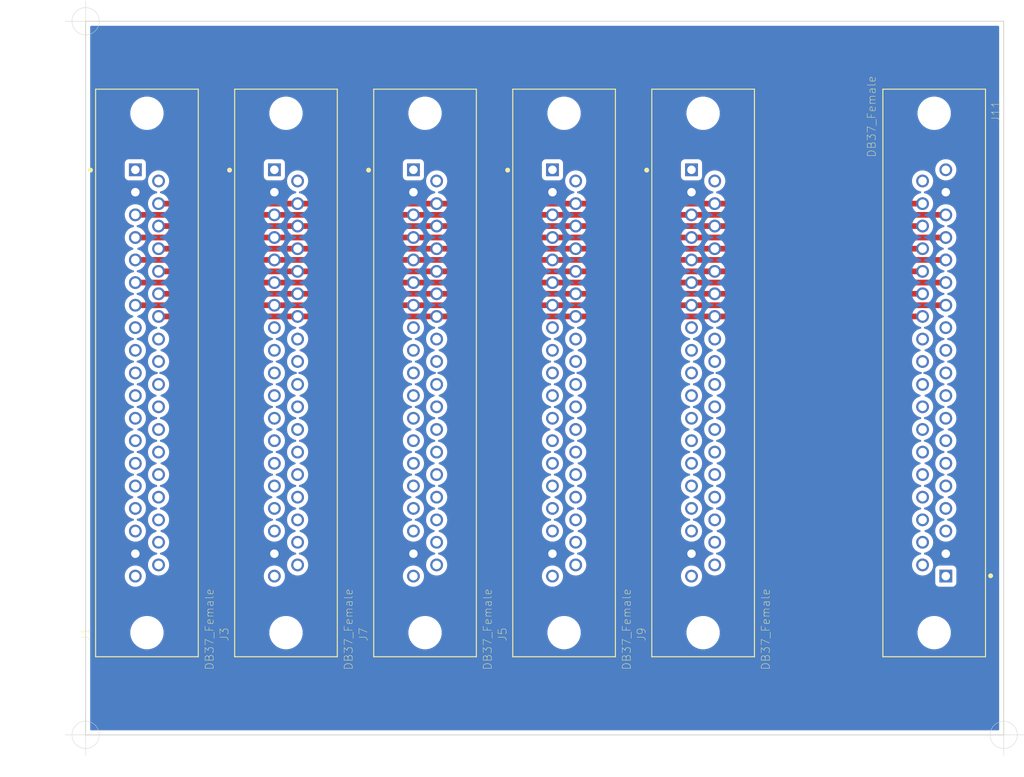
<source format=kicad_pcb>
(kicad_pcb (version 20171130) (host pcbnew "(5.1.10)-1")
  (layers (0 F.Cu signal) (1 5v signal hide) (2 Ground signal hide) (31 3v3 signal hide) (34 B.Paste user) (35 F.Paste user) (36 B.SilkS user) (37 F.SilkS user) (38 B.Mask user) (39 F.Mask user) (44 Edge.Cuts user))
  (net 0 "")
  (net 1 GND)
  (net 2 +5V)
  (net 3 "Net-(J1-Pad36)")
  (net 4 "Net-(J1-Pad35)")
  (net 5 "Net-(J1-Pad34)")
  (net 6 "Net-(J1-Pad33)")
  (net 7 "Net-(J1-Pad32)")
  (net 8 "Net-(J1-Pad31)")
  (net 9 "Net-(J1-Pad30)")
  (net 10 "Net-(J1-Pad29)")
  (net 11 "Net-(J1-Pad28)")
  (net 12 "Net-(J1-Pad27)")
  (net 13 +3V3)
  (net 14 "Net-(J1-Pad17)")
  (net 15 "Net-(J1-Pad16)")
  (net 16 "Net-(J1-Pad15)")
  (net 17 "Net-(J1-Pad14)")
  (net 18 "Net-(J1-Pad13)")
  (net 19 "Net-(J1-Pad12)")
  (net 20 "Net-(J1-Pad11)")
  (net 21 "Net-(J1-Pad9)")
  (net 22 "Net-(J1-Pad8)")
  (net 23 "Net-(J1-Pad10)")
  (net 24 "Net-(J3-Pad36)")
  (net 25 "Net-(J3-Pad35)")
  (net 26 "Net-(J3-Pad34)")
  (net 27 "Net-(J3-Pad33)")
  (net 28 "Net-(J3-Pad32)")
  (net 29 "Net-(J3-Pad31)")
  (net 30 "Net-(J3-Pad30)")
  (net 31 "Net-(J3-Pad29)")
  (net 32 "Net-(J3-Pad28)")
  (net 33 "Net-(J3-Pad27)")
  (net 34 "Net-(J3-Pad17)")
  (net 35 "Net-(J3-Pad16)")
  (net 36 "Net-(J3-Pad15)")
  (net 37 "Net-(J3-Pad14)")
  (net 38 "Net-(J3-Pad13)")
  (net 39 "Net-(J3-Pad12)")
  (net 40 "Net-(J3-Pad11)")
  (net 41 "Net-(J3-Pad9)")
  (net 42 "Net-(J3-Pad8)")
  (net 43 "Net-(J3-Pad10)")
  (net 44 "Net-(J5-Pad36)")
  (net 45 "Net-(J5-Pad35)")
  (net 46 "Net-(J5-Pad34)")
  (net 47 "Net-(J5-Pad33)")
  (net 48 "Net-(J5-Pad32)")
  (net 49 "Net-(J5-Pad31)")
  (net 50 "Net-(J5-Pad30)")
  (net 51 "Net-(J5-Pad29)")
  (net 52 "Net-(J5-Pad28)")
  (net 53 "Net-(J5-Pad27)")
  (net 54 "Net-(J5-Pad17)")
  (net 55 "Net-(J5-Pad16)")
  (net 56 "Net-(J5-Pad15)")
  (net 57 "Net-(J5-Pad14)")
  (net 58 "Net-(J5-Pad13)")
  (net 59 "Net-(J5-Pad12)")
  (net 60 "Net-(J5-Pad11)")
  (net 61 "Net-(J5-Pad9)")
  (net 62 "Net-(J5-Pad8)")
  (net 63 "Net-(J5-Pad10)")
  (net 64 /Fire_Redundant)
  (net 65 /NRT)
  (net 66 /Alert_sda)
  (net 67 /SWCLK)
  (net 68 /t_clk)
  (net 69 /tmosi)
  (net 70 /Fire)
  (net 71 /Alert_active)
  (net 72 /Alert_scl)
  (net 73 /SWDIo)
  (net 74 /tmiso)
  (net 75 "Net-(J7-Pad36)")
  (net 76 "Net-(J7-Pad35)")
  (net 77 "Net-(J7-Pad34)")
  (net 78 "Net-(J7-Pad33)")
  (net 79 "Net-(J7-Pad32)")
  (net 80 "Net-(J7-Pad31)")
  (net 81 "Net-(J7-Pad30)")
  (net 82 "Net-(J7-Pad29)")
  (net 83 "Net-(J7-Pad28)")
  (net 84 "Net-(J7-Pad27)")
  (net 85 "Net-(J7-Pad17)")
  (net 86 "Net-(J7-Pad16)")
  (net 87 "Net-(J7-Pad15)")
  (net 88 "Net-(J7-Pad14)")
  (net 89 "Net-(J7-Pad13)")
  (net 90 "Net-(J7-Pad12)")
  (net 91 "Net-(J7-Pad11)")
  (net 92 "Net-(J7-Pad9)")
  (net 93 "Net-(J7-Pad8)")
  (net 94 "Net-(J7-Pad10)")
  (net 95 "Net-(J9-Pad36)")
  (net 96 "Net-(J9-Pad35)")
  (net 97 "Net-(J9-Pad34)")
  (net 98 "Net-(J9-Pad33)")
  (net 99 "Net-(J9-Pad32)")
  (net 100 "Net-(J9-Pad31)")
  (net 101 "Net-(J9-Pad30)")
  (net 102 "Net-(J9-Pad29)")
  (net 103 "Net-(J9-Pad28)")
  (net 104 "Net-(J9-Pad27)")
  (net 105 "Net-(J9-Pad17)")
  (net 106 "Net-(J9-Pad16)")
  (net 107 "Net-(J9-Pad15)")
  (net 108 "Net-(J9-Pad14)")
  (net 109 "Net-(J9-Pad13)")
  (net 110 "Net-(J9-Pad12)")
  (net 111 "Net-(J9-Pad11)")
  (net 112 "Net-(J9-Pad9)")
  (net 113 "Net-(J9-Pad8)")
  (net 114 "Net-(J9-Pad10)")
  (net 115 "Net-(J11-Pad30)")
  (net 116 "Net-(J11-Pad29)")
  (net 117 "Net-(J11-Pad28)")
  (net 118 "Net-(J11-Pad27)")
  (net 119 "Net-(J11-Pad26)")
  (net 120 "Net-(J11-Pad25)")
  (net 121 "Net-(J11-Pad24)")
  (net 122 "Net-(J11-Pad23)")
  (net 123 "Net-(J11-Pad22)")
  (net 124 "Net-(J11-Pad21)")
  (net 125 "Net-(J11-Pad12)")
  (net 126 "Net-(J11-Pad11)")
  (net 127 "Net-(J11-Pad9)")
  (net 128 "Net-(J11-Pad8)")
  (net 129 "Net-(J11-Pad7)")
  (net 130 "Net-(J11-Pad6)")
  (net 131 "Net-(J11-Pad5)")
  (net 132 "Net-(J11-Pad4)")
  (net 133 "Net-(J11-Pad3)")
  (net 134 "Net-(J11-Pad10)")
  (module 1-747301-6:TE_1-747301-6 (layer F.Cu) (at 196.25 83.25 270)
    (fp_text reference J11 (at -31.9724 -7.53791 90) (layer F.SilkS) (effects (font (size 1.00039 1.00039) (thickness 0.05))))
    (fp_text value DB37_Female (at -31.3446 7.64978 90) (layer F.SilkS) (effects (font (size 1.00062 1.00062) (thickness 0.05))))
    (fp_circle (center 24.8 -6.9) (end 24.95 -6.9) (layer F.SilkS) (width 0.3))
    (fp_line (start -34.695 6.275) (end -34.695 -6.275) (layer F.SilkS) (width 0.127))
    (fp_line (start 34.695 6.275) (end -34.695 6.275) (layer F.SilkS) (width 0.127))
    (fp_line (start 34.695 -6.275) (end 34.695 6.275) (layer F.SilkS) (width 0.127))
    (fp_line (start -34.695 -6.275) (end 34.695 -6.275) (layer F.SilkS) (width 0.127))
    (pad 37 thru_hole circle (at -23.47 1.42 270) (size 1.56 1.56) (drill 1.04) (layers *.Cu *.Mask) (net 2 +5V))
    (pad 36 thru_hole circle (at -20.7 1.42 270) (size 1.56 1.56) (drill 1.04) (layers *.Cu *.Mask) (net 69 /tmosi))
    (pad 35 thru_hole circle (at -17.96 1.42 270) (size 1.56 1.56) (drill 1.04) (layers *.Cu *.Mask) (net 68 /t_clk))
    (pad 34 thru_hole circle (at -15.19 1.42 270) (size 1.56 1.56) (drill 1.04) (layers *.Cu *.Mask) (net 67 /SWCLK))
    (pad 33 thru_hole circle (at -12.42 1.42 270) (size 1.56 1.56) (drill 1.04) (layers *.Cu *.Mask) (net 66 /Alert_sda))
    (pad 32 thru_hole circle (at -9.68 1.42 270) (size 1.56 1.56) (drill 1.04) (layers *.Cu *.Mask) (net 65 /NRT))
    (pad 31 thru_hole circle (at -6.91 1.42 270) (size 1.56 1.56) (drill 1.04) (layers *.Cu *.Mask) (net 64 /Fire_Redundant))
    (pad 30 thru_hole circle (at -4.14 1.42 270) (size 1.56 1.56) (drill 1.04) (layers *.Cu *.Mask) (net 115 "Net-(J11-Pad30)"))
    (pad 29 thru_hole circle (at -1.4 1.42 270) (size 1.56 1.56) (drill 1.04) (layers *.Cu *.Mask) (net 116 "Net-(J11-Pad29)"))
    (pad 28 thru_hole circle (at 1.4 1.42 270) (size 1.56 1.56) (drill 1.04) (layers *.Cu *.Mask) (net 117 "Net-(J11-Pad28)"))
    (pad 27 thru_hole circle (at 4.14 1.42 270) (size 1.56 1.56) (drill 1.04) (layers *.Cu *.Mask) (net 118 "Net-(J11-Pad27)"))
    (pad 26 thru_hole circle (at 6.91 1.42 270) (size 1.56 1.56) (drill 1.04) (layers *.Cu *.Mask) (net 119 "Net-(J11-Pad26)"))
    (pad 25 thru_hole circle (at 9.68 1.42 270) (size 1.56 1.56) (drill 1.04) (layers *.Cu *.Mask) (net 120 "Net-(J11-Pad25)"))
    (pad 24 thru_hole circle (at 12.42 1.42 270) (size 1.56 1.56) (drill 1.04) (layers *.Cu *.Mask) (net 121 "Net-(J11-Pad24)"))
    (pad 23 thru_hole circle (at 15.19 1.42 270) (size 1.56 1.56) (drill 1.04) (layers *.Cu *.Mask) (net 122 "Net-(J11-Pad23)"))
    (pad 22 thru_hole circle (at 17.96 1.42 270) (size 1.56 1.56) (drill 1.04) (layers *.Cu *.Mask) (net 123 "Net-(J11-Pad22)"))
    (pad 21 thru_hole circle (at 20.7 1.42 270) (size 1.56 1.56) (drill 1.04) (layers *.Cu *.Mask) (net 124 "Net-(J11-Pad21)"))
    (pad 20 thru_hole circle (at 23.47 1.42 270) (size 1.56 1.56) (drill 1.04) (layers *.Cu *.Mask) (net 2 +5V))
    (pad 19 thru_hole circle (at -24.84 -1.42 270) (size 1.56 1.56) (drill 1.04) (layers *.Cu *.Mask) (net 1 GND))
    (pad 18 thru_hole circle (at -22.1 -1.42 270) (size 1.56 1.56) (drill 1.04) (layers *.Cu *.Mask) (net 13 +3V3))
    (pad 17 thru_hole circle (at -19.33 -1.42 270) (size 1.56 1.56) (drill 1.04) (layers *.Cu *.Mask) (net 74 /tmiso))
    (pad 16 thru_hole circle (at -16.56 -1.42 270) (size 1.56 1.56) (drill 1.04) (layers *.Cu *.Mask) (net 73 /SWDIo))
    (pad 15 thru_hole circle (at -13.82 -1.42 270) (size 1.56 1.56) (drill 1.04) (layers *.Cu *.Mask) (net 72 /Alert_scl))
    (pad 14 thru_hole circle (at -11.05 -1.42 270) (size 1.56 1.56) (drill 1.04) (layers *.Cu *.Mask) (net 71 /Alert_active))
    (pad 13 thru_hole circle (at -8.28 -1.42 270) (size 1.56 1.56) (drill 1.04) (layers *.Cu *.Mask) (net 70 /Fire))
    (pad 12 thru_hole circle (at -5.54 -1.42 270) (size 1.56 1.56) (drill 1.04) (layers *.Cu *.Mask) (net 125 "Net-(J11-Pad12)"))
    (pad 11 thru_hole circle (at -2.77 -1.42 270) (size 1.56 1.56) (drill 1.04) (layers *.Cu *.Mask) (net 126 "Net-(J11-Pad11)"))
    (pad 9 thru_hole circle (at 2.77 -1.42 270) (size 1.56 1.56) (drill 1.04) (layers *.Cu *.Mask) (net 127 "Net-(J11-Pad9)"))
    (pad 8 thru_hole circle (at 5.54 -1.42 270) (size 1.56 1.56) (drill 1.04) (layers *.Cu *.Mask) (net 128 "Net-(J11-Pad8)"))
    (pad 7 thru_hole circle (at 8.28 -1.42 270) (size 1.56 1.56) (drill 1.04) (layers *.Cu *.Mask) (net 129 "Net-(J11-Pad7)"))
    (pad 6 thru_hole circle (at 11.05 -1.42 270) (size 1.56 1.56) (drill 1.04) (layers *.Cu *.Mask) (net 130 "Net-(J11-Pad6)"))
    (pad 5 thru_hole circle (at 13.82 -1.42 270) (size 1.56 1.56) (drill 1.04) (layers *.Cu *.Mask) (net 131 "Net-(J11-Pad5)"))
    (pad 4 thru_hole circle (at 16.56 -1.42 270) (size 1.56 1.56) (drill 1.04) (layers *.Cu *.Mask) (net 132 "Net-(J11-Pad4)"))
    (pad 3 thru_hole circle (at 19.33 -1.42 270) (size 1.56 1.56) (drill 1.04) (layers *.Cu *.Mask) (net 133 "Net-(J11-Pad3)"))
    (pad 2 thru_hole circle (at 22.1 -1.42 270) (size 1.56 1.56) (drill 1.04) (layers *.Cu *.Mask) (net 13 +3V3))
    (pad 10 thru_hole circle (at 0 -1.42 270) (size 1.56 1.56) (drill 1.04) (layers *.Cu *.Mask) (net 134 "Net-(J11-Pad10)"))
    (pad 1 thru_hole rect (at 24.84 -1.42 270) (size 1.56 1.56) (drill 1.04) (layers *.Cu *.Mask) (net 1 GND))
    (pad Hole np_thru_hole circle (at 31.75 0 270) (size 3.05 3.05) (drill 3.05) (layers *.Cu *.Mask))
    (pad Hole np_thru_hole circle (at -31.75 0 270) (size 3.05 3.05) (drill 3.05) (layers *.Cu *.Mask))
  )
  (module 1-747301-6:TE_1-747301-6 (layer F.Cu) (at 168 83.25 90)
    (fp_text reference J9 (at -31.9724 -7.53791 90) (layer F.SilkS) (effects (font (size 1.00039 1.00039) (thickness 0.05))))
    (fp_text value DB37_Female (at -31.3446 7.64978 90) (layer F.SilkS) (effects (font (size 1.00062 1.00062) (thickness 0.05))))
    (fp_circle (center 24.8 -6.9) (end 24.95 -6.9) (layer F.SilkS) (width 0.3))
    (fp_line (start -34.695 6.275) (end -34.695 -6.275) (layer F.SilkS) (width 0.127))
    (fp_line (start 34.695 6.275) (end -34.695 6.275) (layer F.SilkS) (width 0.127))
    (fp_line (start 34.695 -6.275) (end 34.695 6.275) (layer F.SilkS) (width 0.127))
    (fp_line (start -34.695 -6.275) (end 34.695 -6.275) (layer F.SilkS) (width 0.127))
    (pad 37 thru_hole circle (at -23.47 1.42 90) (size 1.56 1.56) (drill 1.04) (layers *.Cu *.Mask) (net 2 +5V))
    (pad 36 thru_hole circle (at -20.7 1.42 90) (size 1.56 1.56) (drill 1.04) (layers *.Cu *.Mask) (net 95 "Net-(J9-Pad36)"))
    (pad 35 thru_hole circle (at -17.96 1.42 90) (size 1.56 1.56) (drill 1.04) (layers *.Cu *.Mask) (net 96 "Net-(J9-Pad35)"))
    (pad 34 thru_hole circle (at -15.19 1.42 90) (size 1.56 1.56) (drill 1.04) (layers *.Cu *.Mask) (net 97 "Net-(J9-Pad34)"))
    (pad 33 thru_hole circle (at -12.42 1.42 90) (size 1.56 1.56) (drill 1.04) (layers *.Cu *.Mask) (net 98 "Net-(J9-Pad33)"))
    (pad 32 thru_hole circle (at -9.68 1.42 90) (size 1.56 1.56) (drill 1.04) (layers *.Cu *.Mask) (net 99 "Net-(J9-Pad32)"))
    (pad 31 thru_hole circle (at -6.91 1.42 90) (size 1.56 1.56) (drill 1.04) (layers *.Cu *.Mask) (net 100 "Net-(J9-Pad31)"))
    (pad 30 thru_hole circle (at -4.14 1.42 90) (size 1.56 1.56) (drill 1.04) (layers *.Cu *.Mask) (net 101 "Net-(J9-Pad30)"))
    (pad 29 thru_hole circle (at -1.4 1.42 90) (size 1.56 1.56) (drill 1.04) (layers *.Cu *.Mask) (net 102 "Net-(J9-Pad29)"))
    (pad 28 thru_hole circle (at 1.4 1.42 90) (size 1.56 1.56) (drill 1.04) (layers *.Cu *.Mask) (net 103 "Net-(J9-Pad28)"))
    (pad 27 thru_hole circle (at 4.14 1.42 90) (size 1.56 1.56) (drill 1.04) (layers *.Cu *.Mask) (net 104 "Net-(J9-Pad27)"))
    (pad 26 thru_hole circle (at 6.91 1.42 90) (size 1.56 1.56) (drill 1.04) (layers *.Cu *.Mask) (net 64 /Fire_Redundant))
    (pad 25 thru_hole circle (at 9.68 1.42 90) (size 1.56 1.56) (drill 1.04) (layers *.Cu *.Mask) (net 65 /NRT))
    (pad 24 thru_hole circle (at 12.42 1.42 90) (size 1.56 1.56) (drill 1.04) (layers *.Cu *.Mask) (net 66 /Alert_sda))
    (pad 23 thru_hole circle (at 15.19 1.42 90) (size 1.56 1.56) (drill 1.04) (layers *.Cu *.Mask) (net 67 /SWCLK))
    (pad 22 thru_hole circle (at 17.96 1.42 90) (size 1.56 1.56) (drill 1.04) (layers *.Cu *.Mask) (net 68 /t_clk))
    (pad 21 thru_hole circle (at 20.7 1.42 90) (size 1.56 1.56) (drill 1.04) (layers *.Cu *.Mask) (net 69 /tmosi))
    (pad 20 thru_hole circle (at 23.47 1.42 90) (size 1.56 1.56) (drill 1.04) (layers *.Cu *.Mask) (net 2 +5V))
    (pad 19 thru_hole circle (at -24.84 -1.42 90) (size 1.56 1.56) (drill 1.04) (layers *.Cu *.Mask) (net 1 GND))
    (pad 18 thru_hole circle (at -22.1 -1.42 90) (size 1.56 1.56) (drill 1.04) (layers *.Cu *.Mask) (net 13 +3V3))
    (pad 17 thru_hole circle (at -19.33 -1.42 90) (size 1.56 1.56) (drill 1.04) (layers *.Cu *.Mask) (net 105 "Net-(J9-Pad17)"))
    (pad 16 thru_hole circle (at -16.56 -1.42 90) (size 1.56 1.56) (drill 1.04) (layers *.Cu *.Mask) (net 106 "Net-(J9-Pad16)"))
    (pad 15 thru_hole circle (at -13.82 -1.42 90) (size 1.56 1.56) (drill 1.04) (layers *.Cu *.Mask) (net 107 "Net-(J9-Pad15)"))
    (pad 14 thru_hole circle (at -11.05 -1.42 90) (size 1.56 1.56) (drill 1.04) (layers *.Cu *.Mask) (net 108 "Net-(J9-Pad14)"))
    (pad 13 thru_hole circle (at -8.28 -1.42 90) (size 1.56 1.56) (drill 1.04) (layers *.Cu *.Mask) (net 109 "Net-(J9-Pad13)"))
    (pad 12 thru_hole circle (at -5.54 -1.42 90) (size 1.56 1.56) (drill 1.04) (layers *.Cu *.Mask) (net 110 "Net-(J9-Pad12)"))
    (pad 11 thru_hole circle (at -2.77 -1.42 90) (size 1.56 1.56) (drill 1.04) (layers *.Cu *.Mask) (net 111 "Net-(J9-Pad11)"))
    (pad 9 thru_hole circle (at 2.77 -1.42 90) (size 1.56 1.56) (drill 1.04) (layers *.Cu *.Mask) (net 112 "Net-(J9-Pad9)"))
    (pad 8 thru_hole circle (at 5.54 -1.42 90) (size 1.56 1.56) (drill 1.04) (layers *.Cu *.Mask) (net 113 "Net-(J9-Pad8)"))
    (pad 7 thru_hole circle (at 8.28 -1.42 90) (size 1.56 1.56) (drill 1.04) (layers *.Cu *.Mask) (net 70 /Fire))
    (pad 6 thru_hole circle (at 11.05 -1.42 90) (size 1.56 1.56) (drill 1.04) (layers *.Cu *.Mask) (net 71 /Alert_active))
    (pad 5 thru_hole circle (at 13.82 -1.42 90) (size 1.56 1.56) (drill 1.04) (layers *.Cu *.Mask) (net 72 /Alert_scl))
    (pad 4 thru_hole circle (at 16.56 -1.42 90) (size 1.56 1.56) (drill 1.04) (layers *.Cu *.Mask) (net 73 /SWDIo))
    (pad 3 thru_hole circle (at 19.33 -1.42 90) (size 1.56 1.56) (drill 1.04) (layers *.Cu *.Mask) (net 74 /tmiso))
    (pad 2 thru_hole circle (at 22.1 -1.42 90) (size 1.56 1.56) (drill 1.04) (layers *.Cu *.Mask) (net 13 +3V3))
    (pad 10 thru_hole circle (at 0 -1.42 90) (size 1.56 1.56) (drill 1.04) (layers *.Cu *.Mask) (net 114 "Net-(J9-Pad10)"))
    (pad 1 thru_hole rect (at 24.84 -1.42 90) (size 1.56 1.56) (drill 1.04) (layers *.Cu *.Mask) (net 1 GND))
    (pad Hole np_thru_hole circle (at 31.75 0 90) (size 3.05 3.05) (drill 3.05) (layers *.Cu *.Mask))
    (pad Hole np_thru_hole circle (at -31.75 0 90) (size 3.05 3.05) (drill 3.05) (layers *.Cu *.Mask))
  )
  (module 1-747301-6:TE_1-747301-6 (layer F.Cu) (at 134 83.25 90)
    (fp_text reference J7 (at -31.9724 -7.53791 90) (layer F.SilkS) (effects (font (size 1.00039 1.00039) (thickness 0.05))))
    (fp_text value DB37_Female (at -31.3446 7.64978 90) (layer F.SilkS) (effects (font (size 1.00062 1.00062) (thickness 0.05))))
    (fp_circle (center 24.8 -6.9) (end 24.95 -6.9) (layer F.SilkS) (width 0.3))
    (fp_line (start -34.695 6.275) (end -34.695 -6.275) (layer F.SilkS) (width 0.127))
    (fp_line (start 34.695 6.275) (end -34.695 6.275) (layer F.SilkS) (width 0.127))
    (fp_line (start 34.695 -6.275) (end 34.695 6.275) (layer F.SilkS) (width 0.127))
    (fp_line (start -34.695 -6.275) (end 34.695 -6.275) (layer F.SilkS) (width 0.127))
    (pad 37 thru_hole circle (at -23.47 1.42 90) (size 1.56 1.56) (drill 1.04) (layers *.Cu *.Mask) (net 2 +5V))
    (pad 36 thru_hole circle (at -20.7 1.42 90) (size 1.56 1.56) (drill 1.04) (layers *.Cu *.Mask) (net 75 "Net-(J7-Pad36)"))
    (pad 35 thru_hole circle (at -17.96 1.42 90) (size 1.56 1.56) (drill 1.04) (layers *.Cu *.Mask) (net 76 "Net-(J7-Pad35)"))
    (pad 34 thru_hole circle (at -15.19 1.42 90) (size 1.56 1.56) (drill 1.04) (layers *.Cu *.Mask) (net 77 "Net-(J7-Pad34)"))
    (pad 33 thru_hole circle (at -12.42 1.42 90) (size 1.56 1.56) (drill 1.04) (layers *.Cu *.Mask) (net 78 "Net-(J7-Pad33)"))
    (pad 32 thru_hole circle (at -9.68 1.42 90) (size 1.56 1.56) (drill 1.04) (layers *.Cu *.Mask) (net 79 "Net-(J7-Pad32)"))
    (pad 31 thru_hole circle (at -6.91 1.42 90) (size 1.56 1.56) (drill 1.04) (layers *.Cu *.Mask) (net 80 "Net-(J7-Pad31)"))
    (pad 30 thru_hole circle (at -4.14 1.42 90) (size 1.56 1.56) (drill 1.04) (layers *.Cu *.Mask) (net 81 "Net-(J7-Pad30)"))
    (pad 29 thru_hole circle (at -1.4 1.42 90) (size 1.56 1.56) (drill 1.04) (layers *.Cu *.Mask) (net 82 "Net-(J7-Pad29)"))
    (pad 28 thru_hole circle (at 1.4 1.42 90) (size 1.56 1.56) (drill 1.04) (layers *.Cu *.Mask) (net 83 "Net-(J7-Pad28)"))
    (pad 27 thru_hole circle (at 4.14 1.42 90) (size 1.56 1.56) (drill 1.04) (layers *.Cu *.Mask) (net 84 "Net-(J7-Pad27)"))
    (pad 26 thru_hole circle (at 6.91 1.42 90) (size 1.56 1.56) (drill 1.04) (layers *.Cu *.Mask) (net 64 /Fire_Redundant))
    (pad 25 thru_hole circle (at 9.68 1.42 90) (size 1.56 1.56) (drill 1.04) (layers *.Cu *.Mask) (net 65 /NRT))
    (pad 24 thru_hole circle (at 12.42 1.42 90) (size 1.56 1.56) (drill 1.04) (layers *.Cu *.Mask) (net 66 /Alert_sda))
    (pad 23 thru_hole circle (at 15.19 1.42 90) (size 1.56 1.56) (drill 1.04) (layers *.Cu *.Mask) (net 67 /SWCLK))
    (pad 22 thru_hole circle (at 17.96 1.42 90) (size 1.56 1.56) (drill 1.04) (layers *.Cu *.Mask) (net 68 /t_clk))
    (pad 21 thru_hole circle (at 20.7 1.42 90) (size 1.56 1.56) (drill 1.04) (layers *.Cu *.Mask) (net 69 /tmosi))
    (pad 20 thru_hole circle (at 23.47 1.42 90) (size 1.56 1.56) (drill 1.04) (layers *.Cu *.Mask) (net 2 +5V))
    (pad 19 thru_hole circle (at -24.84 -1.42 90) (size 1.56 1.56) (drill 1.04) (layers *.Cu *.Mask) (net 1 GND))
    (pad 18 thru_hole circle (at -22.1 -1.42 90) (size 1.56 1.56) (drill 1.04) (layers *.Cu *.Mask) (net 13 +3V3))
    (pad 17 thru_hole circle (at -19.33 -1.42 90) (size 1.56 1.56) (drill 1.04) (layers *.Cu *.Mask) (net 85 "Net-(J7-Pad17)"))
    (pad 16 thru_hole circle (at -16.56 -1.42 90) (size 1.56 1.56) (drill 1.04) (layers *.Cu *.Mask) (net 86 "Net-(J7-Pad16)"))
    (pad 15 thru_hole circle (at -13.82 -1.42 90) (size 1.56 1.56) (drill 1.04) (layers *.Cu *.Mask) (net 87 "Net-(J7-Pad15)"))
    (pad 14 thru_hole circle (at -11.05 -1.42 90) (size 1.56 1.56) (drill 1.04) (layers *.Cu *.Mask) (net 88 "Net-(J7-Pad14)"))
    (pad 13 thru_hole circle (at -8.28 -1.42 90) (size 1.56 1.56) (drill 1.04) (layers *.Cu *.Mask) (net 89 "Net-(J7-Pad13)"))
    (pad 12 thru_hole circle (at -5.54 -1.42 90) (size 1.56 1.56) (drill 1.04) (layers *.Cu *.Mask) (net 90 "Net-(J7-Pad12)"))
    (pad 11 thru_hole circle (at -2.77 -1.42 90) (size 1.56 1.56) (drill 1.04) (layers *.Cu *.Mask) (net 91 "Net-(J7-Pad11)"))
    (pad 9 thru_hole circle (at 2.77 -1.42 90) (size 1.56 1.56) (drill 1.04) (layers *.Cu *.Mask) (net 92 "Net-(J7-Pad9)"))
    (pad 8 thru_hole circle (at 5.54 -1.42 90) (size 1.56 1.56) (drill 1.04) (layers *.Cu *.Mask) (net 93 "Net-(J7-Pad8)"))
    (pad 7 thru_hole circle (at 8.28 -1.42 90) (size 1.56 1.56) (drill 1.04) (layers *.Cu *.Mask) (net 70 /Fire))
    (pad 6 thru_hole circle (at 11.05 -1.42 90) (size 1.56 1.56) (drill 1.04) (layers *.Cu *.Mask) (net 71 /Alert_active))
    (pad 5 thru_hole circle (at 13.82 -1.42 90) (size 1.56 1.56) (drill 1.04) (layers *.Cu *.Mask) (net 72 /Alert_scl))
    (pad 4 thru_hole circle (at 16.56 -1.42 90) (size 1.56 1.56) (drill 1.04) (layers *.Cu *.Mask) (net 73 /SWDIo))
    (pad 3 thru_hole circle (at 19.33 -1.42 90) (size 1.56 1.56) (drill 1.04) (layers *.Cu *.Mask) (net 74 /tmiso))
    (pad 2 thru_hole circle (at 22.1 -1.42 90) (size 1.56 1.56) (drill 1.04) (layers *.Cu *.Mask) (net 13 +3V3))
    (pad 10 thru_hole circle (at 0 -1.42 90) (size 1.56 1.56) (drill 1.04) (layers *.Cu *.Mask) (net 94 "Net-(J7-Pad10)"))
    (pad 1 thru_hole rect (at 24.84 -1.42 90) (size 1.56 1.56) (drill 1.04) (layers *.Cu *.Mask) (net 1 GND))
    (pad Hole np_thru_hole circle (at 31.75 0 90) (size 3.05 3.05) (drill 3.05) (layers *.Cu *.Mask))
    (pad Hole np_thru_hole circle (at -31.75 0 90) (size 3.05 3.05) (drill 3.05) (layers *.Cu *.Mask))
  )
  (module 1-747301-6:TE_1-747301-6 (layer F.Cu) (at 151 83.25 90)
    (fp_text reference J5 (at -31.9724 -7.53791 90) (layer F.SilkS) (effects (font (size 1.00039 1.00039) (thickness 0.05))))
    (fp_text value DB37_Female (at -31.3446 7.64978 90) (layer F.SilkS) (effects (font (size 1.00062 1.00062) (thickness 0.05))))
    (fp_circle (center 24.8 -6.9) (end 24.95 -6.9) (layer F.SilkS) (width 0.3))
    (fp_line (start -34.695 6.275) (end -34.695 -6.275) (layer F.SilkS) (width 0.127))
    (fp_line (start 34.695 6.275) (end -34.695 6.275) (layer F.SilkS) (width 0.127))
    (fp_line (start 34.695 -6.275) (end 34.695 6.275) (layer F.SilkS) (width 0.127))
    (fp_line (start -34.695 -6.275) (end 34.695 -6.275) (layer F.SilkS) (width 0.127))
    (pad 37 thru_hole circle (at -23.47 1.42 90) (size 1.56 1.56) (drill 1.04) (layers *.Cu *.Mask) (net 2 +5V))
    (pad 36 thru_hole circle (at -20.7 1.42 90) (size 1.56 1.56) (drill 1.04) (layers *.Cu *.Mask) (net 44 "Net-(J5-Pad36)"))
    (pad 35 thru_hole circle (at -17.96 1.42 90) (size 1.56 1.56) (drill 1.04) (layers *.Cu *.Mask) (net 45 "Net-(J5-Pad35)"))
    (pad 34 thru_hole circle (at -15.19 1.42 90) (size 1.56 1.56) (drill 1.04) (layers *.Cu *.Mask) (net 46 "Net-(J5-Pad34)"))
    (pad 33 thru_hole circle (at -12.42 1.42 90) (size 1.56 1.56) (drill 1.04) (layers *.Cu *.Mask) (net 47 "Net-(J5-Pad33)"))
    (pad 32 thru_hole circle (at -9.68 1.42 90) (size 1.56 1.56) (drill 1.04) (layers *.Cu *.Mask) (net 48 "Net-(J5-Pad32)"))
    (pad 31 thru_hole circle (at -6.91 1.42 90) (size 1.56 1.56) (drill 1.04) (layers *.Cu *.Mask) (net 49 "Net-(J5-Pad31)"))
    (pad 30 thru_hole circle (at -4.14 1.42 90) (size 1.56 1.56) (drill 1.04) (layers *.Cu *.Mask) (net 50 "Net-(J5-Pad30)"))
    (pad 29 thru_hole circle (at -1.4 1.42 90) (size 1.56 1.56) (drill 1.04) (layers *.Cu *.Mask) (net 51 "Net-(J5-Pad29)"))
    (pad 28 thru_hole circle (at 1.4 1.42 90) (size 1.56 1.56) (drill 1.04) (layers *.Cu *.Mask) (net 52 "Net-(J5-Pad28)"))
    (pad 27 thru_hole circle (at 4.14 1.42 90) (size 1.56 1.56) (drill 1.04) (layers *.Cu *.Mask) (net 53 "Net-(J5-Pad27)"))
    (pad 26 thru_hole circle (at 6.91 1.42 90) (size 1.56 1.56) (drill 1.04) (layers *.Cu *.Mask) (net 64 /Fire_Redundant))
    (pad 25 thru_hole circle (at 9.68 1.42 90) (size 1.56 1.56) (drill 1.04) (layers *.Cu *.Mask) (net 65 /NRT))
    (pad 24 thru_hole circle (at 12.42 1.42 90) (size 1.56 1.56) (drill 1.04) (layers *.Cu *.Mask) (net 66 /Alert_sda))
    (pad 23 thru_hole circle (at 15.19 1.42 90) (size 1.56 1.56) (drill 1.04) (layers *.Cu *.Mask) (net 67 /SWCLK))
    (pad 22 thru_hole circle (at 17.96 1.42 90) (size 1.56 1.56) (drill 1.04) (layers *.Cu *.Mask) (net 68 /t_clk))
    (pad 21 thru_hole circle (at 20.7 1.42 90) (size 1.56 1.56) (drill 1.04) (layers *.Cu *.Mask) (net 69 /tmosi))
    (pad 20 thru_hole circle (at 23.47 1.42 90) (size 1.56 1.56) (drill 1.04) (layers *.Cu *.Mask) (net 2 +5V))
    (pad 19 thru_hole circle (at -24.84 -1.42 90) (size 1.56 1.56) (drill 1.04) (layers *.Cu *.Mask) (net 1 GND))
    (pad 18 thru_hole circle (at -22.1 -1.42 90) (size 1.56 1.56) (drill 1.04) (layers *.Cu *.Mask) (net 13 +3V3))
    (pad 17 thru_hole circle (at -19.33 -1.42 90) (size 1.56 1.56) (drill 1.04) (layers *.Cu *.Mask) (net 54 "Net-(J5-Pad17)"))
    (pad 16 thru_hole circle (at -16.56 -1.42 90) (size 1.56 1.56) (drill 1.04) (layers *.Cu *.Mask) (net 55 "Net-(J5-Pad16)"))
    (pad 15 thru_hole circle (at -13.82 -1.42 90) (size 1.56 1.56) (drill 1.04) (layers *.Cu *.Mask) (net 56 "Net-(J5-Pad15)"))
    (pad 14 thru_hole circle (at -11.05 -1.42 90) (size 1.56 1.56) (drill 1.04) (layers *.Cu *.Mask) (net 57 "Net-(J5-Pad14)"))
    (pad 13 thru_hole circle (at -8.28 -1.42 90) (size 1.56 1.56) (drill 1.04) (layers *.Cu *.Mask) (net 58 "Net-(J5-Pad13)"))
    (pad 12 thru_hole circle (at -5.54 -1.42 90) (size 1.56 1.56) (drill 1.04) (layers *.Cu *.Mask) (net 59 "Net-(J5-Pad12)"))
    (pad 11 thru_hole circle (at -2.77 -1.42 90) (size 1.56 1.56) (drill 1.04) (layers *.Cu *.Mask) (net 60 "Net-(J5-Pad11)"))
    (pad 9 thru_hole circle (at 2.77 -1.42 90) (size 1.56 1.56) (drill 1.04) (layers *.Cu *.Mask) (net 61 "Net-(J5-Pad9)"))
    (pad 8 thru_hole circle (at 5.54 -1.42 90) (size 1.56 1.56) (drill 1.04) (layers *.Cu *.Mask) (net 62 "Net-(J5-Pad8)"))
    (pad 7 thru_hole circle (at 8.28 -1.42 90) (size 1.56 1.56) (drill 1.04) (layers *.Cu *.Mask) (net 70 /Fire))
    (pad 6 thru_hole circle (at 11.05 -1.42 90) (size 1.56 1.56) (drill 1.04) (layers *.Cu *.Mask) (net 71 /Alert_active))
    (pad 5 thru_hole circle (at 13.82 -1.42 90) (size 1.56 1.56) (drill 1.04) (layers *.Cu *.Mask) (net 72 /Alert_scl))
    (pad 4 thru_hole circle (at 16.56 -1.42 90) (size 1.56 1.56) (drill 1.04) (layers *.Cu *.Mask) (net 73 /SWDIo))
    (pad 3 thru_hole circle (at 19.33 -1.42 90) (size 1.56 1.56) (drill 1.04) (layers *.Cu *.Mask) (net 74 /tmiso))
    (pad 2 thru_hole circle (at 22.1 -1.42 90) (size 1.56 1.56) (drill 1.04) (layers *.Cu *.Mask) (net 13 +3V3))
    (pad 10 thru_hole circle (at 0 -1.42 90) (size 1.56 1.56) (drill 1.04) (layers *.Cu *.Mask) (net 63 "Net-(J5-Pad10)"))
    (pad 1 thru_hole rect (at 24.84 -1.42 90) (size 1.56 1.56) (drill 1.04) (layers *.Cu *.Mask) (net 1 GND))
    (pad Hole np_thru_hole circle (at 31.75 0 90) (size 3.05 3.05) (drill 3.05) (layers *.Cu *.Mask))
    (pad Hole np_thru_hole circle (at -31.75 0 90) (size 3.05 3.05) (drill 3.05) (layers *.Cu *.Mask))
  )
  (module 1-747301-6:TE_1-747301-6 (layer F.Cu) (at 117 83.25 90)
    (fp_text reference J3 (at -31.9724 -7.53791 90) (layer F.SilkS) (effects (font (size 1.00039 1.00039) (thickness 0.05))))
    (fp_text value DB37_Female (at -31.3446 7.64978 90) (layer F.SilkS) (effects (font (size 1.00062 1.00062) (thickness 0.05))))
    (fp_circle (center 24.8 -6.9) (end 24.95 -6.9) (layer F.SilkS) (width 0.3))
    (fp_line (start -34.695 6.275) (end -34.695 -6.275) (layer F.SilkS) (width 0.127))
    (fp_line (start 34.695 6.275) (end -34.695 6.275) (layer F.SilkS) (width 0.127))
    (fp_line (start 34.695 -6.275) (end 34.695 6.275) (layer F.SilkS) (width 0.127))
    (fp_line (start -34.695 -6.275) (end 34.695 -6.275) (layer F.SilkS) (width 0.127))
    (pad 37 thru_hole circle (at -23.47 1.42 90) (size 1.56 1.56) (drill 1.04) (layers *.Cu *.Mask) (net 2 +5V))
    (pad 36 thru_hole circle (at -20.7 1.42 90) (size 1.56 1.56) (drill 1.04) (layers *.Cu *.Mask) (net 24 "Net-(J3-Pad36)"))
    (pad 35 thru_hole circle (at -17.96 1.42 90) (size 1.56 1.56) (drill 1.04) (layers *.Cu *.Mask) (net 25 "Net-(J3-Pad35)"))
    (pad 34 thru_hole circle (at -15.19 1.42 90) (size 1.56 1.56) (drill 1.04) (layers *.Cu *.Mask) (net 26 "Net-(J3-Pad34)"))
    (pad 33 thru_hole circle (at -12.42 1.42 90) (size 1.56 1.56) (drill 1.04) (layers *.Cu *.Mask) (net 27 "Net-(J3-Pad33)"))
    (pad 32 thru_hole circle (at -9.68 1.42 90) (size 1.56 1.56) (drill 1.04) (layers *.Cu *.Mask) (net 28 "Net-(J3-Pad32)"))
    (pad 31 thru_hole circle (at -6.91 1.42 90) (size 1.56 1.56) (drill 1.04) (layers *.Cu *.Mask) (net 29 "Net-(J3-Pad31)"))
    (pad 30 thru_hole circle (at -4.14 1.42 90) (size 1.56 1.56) (drill 1.04) (layers *.Cu *.Mask) (net 30 "Net-(J3-Pad30)"))
    (pad 29 thru_hole circle (at -1.4 1.42 90) (size 1.56 1.56) (drill 1.04) (layers *.Cu *.Mask) (net 31 "Net-(J3-Pad29)"))
    (pad 28 thru_hole circle (at 1.4 1.42 90) (size 1.56 1.56) (drill 1.04) (layers *.Cu *.Mask) (net 32 "Net-(J3-Pad28)"))
    (pad 27 thru_hole circle (at 4.14 1.42 90) (size 1.56 1.56) (drill 1.04) (layers *.Cu *.Mask) (net 33 "Net-(J3-Pad27)"))
    (pad 26 thru_hole circle (at 6.91 1.42 90) (size 1.56 1.56) (drill 1.04) (layers *.Cu *.Mask) (net 64 /Fire_Redundant))
    (pad 25 thru_hole circle (at 9.68 1.42 90) (size 1.56 1.56) (drill 1.04) (layers *.Cu *.Mask) (net 65 /NRT))
    (pad 24 thru_hole circle (at 12.42 1.42 90) (size 1.56 1.56) (drill 1.04) (layers *.Cu *.Mask) (net 66 /Alert_sda))
    (pad 23 thru_hole circle (at 15.19 1.42 90) (size 1.56 1.56) (drill 1.04) (layers *.Cu *.Mask) (net 67 /SWCLK))
    (pad 22 thru_hole circle (at 17.96 1.42 90) (size 1.56 1.56) (drill 1.04) (layers *.Cu *.Mask) (net 68 /t_clk))
    (pad 21 thru_hole circle (at 20.7 1.42 90) (size 1.56 1.56) (drill 1.04) (layers *.Cu *.Mask) (net 69 /tmosi))
    (pad 20 thru_hole circle (at 23.47 1.42 90) (size 1.56 1.56) (drill 1.04) (layers *.Cu *.Mask) (net 2 +5V))
    (pad 19 thru_hole circle (at -24.84 -1.42 90) (size 1.56 1.56) (drill 1.04) (layers *.Cu *.Mask) (net 1 GND))
    (pad 18 thru_hole circle (at -22.1 -1.42 90) (size 1.56 1.56) (drill 1.04) (layers *.Cu *.Mask) (net 13 +3V3))
    (pad 17 thru_hole circle (at -19.33 -1.42 90) (size 1.56 1.56) (drill 1.04) (layers *.Cu *.Mask) (net 34 "Net-(J3-Pad17)"))
    (pad 16 thru_hole circle (at -16.56 -1.42 90) (size 1.56 1.56) (drill 1.04) (layers *.Cu *.Mask) (net 35 "Net-(J3-Pad16)"))
    (pad 15 thru_hole circle (at -13.82 -1.42 90) (size 1.56 1.56) (drill 1.04) (layers *.Cu *.Mask) (net 36 "Net-(J3-Pad15)"))
    (pad 14 thru_hole circle (at -11.05 -1.42 90) (size 1.56 1.56) (drill 1.04) (layers *.Cu *.Mask) (net 37 "Net-(J3-Pad14)"))
    (pad 13 thru_hole circle (at -8.28 -1.42 90) (size 1.56 1.56) (drill 1.04) (layers *.Cu *.Mask) (net 38 "Net-(J3-Pad13)"))
    (pad 12 thru_hole circle (at -5.54 -1.42 90) (size 1.56 1.56) (drill 1.04) (layers *.Cu *.Mask) (net 39 "Net-(J3-Pad12)"))
    (pad 11 thru_hole circle (at -2.77 -1.42 90) (size 1.56 1.56) (drill 1.04) (layers *.Cu *.Mask) (net 40 "Net-(J3-Pad11)"))
    (pad 9 thru_hole circle (at 2.77 -1.42 90) (size 1.56 1.56) (drill 1.04) (layers *.Cu *.Mask) (net 41 "Net-(J3-Pad9)"))
    (pad 8 thru_hole circle (at 5.54 -1.42 90) (size 1.56 1.56) (drill 1.04) (layers *.Cu *.Mask) (net 42 "Net-(J3-Pad8)"))
    (pad 7 thru_hole circle (at 8.28 -1.42 90) (size 1.56 1.56) (drill 1.04) (layers *.Cu *.Mask) (net 70 /Fire))
    (pad 6 thru_hole circle (at 11.05 -1.42 90) (size 1.56 1.56) (drill 1.04) (layers *.Cu *.Mask) (net 71 /Alert_active))
    (pad 5 thru_hole circle (at 13.82 -1.42 90) (size 1.56 1.56) (drill 1.04) (layers *.Cu *.Mask) (net 72 /Alert_scl))
    (pad 4 thru_hole circle (at 16.56 -1.42 90) (size 1.56 1.56) (drill 1.04) (layers *.Cu *.Mask) (net 73 /SWDIo))
    (pad 3 thru_hole circle (at 19.33 -1.42 90) (size 1.56 1.56) (drill 1.04) (layers *.Cu *.Mask) (net 74 /tmiso))
    (pad 2 thru_hole circle (at 22.1 -1.42 90) (size 1.56 1.56) (drill 1.04) (layers *.Cu *.Mask) (net 13 +3V3))
    (pad 10 thru_hole circle (at 0 -1.42 90) (size 1.56 1.56) (drill 1.04) (layers *.Cu *.Mask) (net 43 "Net-(J3-Pad10)"))
    (pad 1 thru_hole rect (at 24.84 -1.42 90) (size 1.56 1.56) (drill 1.04) (layers *.Cu *.Mask) (net 1 GND))
    (pad Hole np_thru_hole circle (at 31.75 0 90) (size 3.05 3.05) (drill 3.05) (layers *.Cu *.Mask))
    (pad Hole np_thru_hole circle (at -31.75 0 90) (size 3.05 3.05) (drill 3.05) (layers *.Cu *.Mask))
  )
  (module 1-747301-6:TE_1-747301-6 (layer F.Cu) (at 100 83.25 90)
    (fp_text reference J1 (at -31.9724 -7.53791 90) (layer F.SilkS) (effects (font (size 1.00039 1.00039) (thickness 0.05))))
    (fp_text value DB37_Female (at -31.3446 7.64978 90) (layer F.SilkS) (effects (font (size 1.00062 1.00062) (thickness 0.05))))
    (fp_circle (center 24.8 -6.9) (end 24.95 -6.9) (layer F.SilkS) (width 0.3))
    (fp_line (start -34.695 6.275) (end -34.695 -6.275) (layer F.SilkS) (width 0.127))
    (fp_line (start 34.695 6.275) (end -34.695 6.275) (layer F.SilkS) (width 0.127))
    (fp_line (start 34.695 -6.275) (end 34.695 6.275) (layer F.SilkS) (width 0.127))
    (fp_line (start -34.695 -6.275) (end 34.695 -6.275) (layer F.SilkS) (width 0.127))
    (pad 37 thru_hole circle (at -23.47 1.42 90) (size 1.56 1.56) (drill 1.04) (layers *.Cu *.Mask) (net 2 +5V))
    (pad 36 thru_hole circle (at -20.7 1.42 90) (size 1.56 1.56) (drill 1.04) (layers *.Cu *.Mask) (net 3 "Net-(J1-Pad36)"))
    (pad 35 thru_hole circle (at -17.96 1.42 90) (size 1.56 1.56) (drill 1.04) (layers *.Cu *.Mask) (net 4 "Net-(J1-Pad35)"))
    (pad 34 thru_hole circle (at -15.19 1.42 90) (size 1.56 1.56) (drill 1.04) (layers *.Cu *.Mask) (net 5 "Net-(J1-Pad34)"))
    (pad 33 thru_hole circle (at -12.42 1.42 90) (size 1.56 1.56) (drill 1.04) (layers *.Cu *.Mask) (net 6 "Net-(J1-Pad33)"))
    (pad 32 thru_hole circle (at -9.68 1.42 90) (size 1.56 1.56) (drill 1.04) (layers *.Cu *.Mask) (net 7 "Net-(J1-Pad32)"))
    (pad 31 thru_hole circle (at -6.91 1.42 90) (size 1.56 1.56) (drill 1.04) (layers *.Cu *.Mask) (net 8 "Net-(J1-Pad31)"))
    (pad 30 thru_hole circle (at -4.14 1.42 90) (size 1.56 1.56) (drill 1.04) (layers *.Cu *.Mask) (net 9 "Net-(J1-Pad30)"))
    (pad 29 thru_hole circle (at -1.4 1.42 90) (size 1.56 1.56) (drill 1.04) (layers *.Cu *.Mask) (net 10 "Net-(J1-Pad29)"))
    (pad 28 thru_hole circle (at 1.4 1.42 90) (size 1.56 1.56) (drill 1.04) (layers *.Cu *.Mask) (net 11 "Net-(J1-Pad28)"))
    (pad 27 thru_hole circle (at 4.14 1.42 90) (size 1.56 1.56) (drill 1.04) (layers *.Cu *.Mask) (net 12 "Net-(J1-Pad27)"))
    (pad 26 thru_hole circle (at 6.91 1.42 90) (size 1.56 1.56) (drill 1.04) (layers *.Cu *.Mask) (net 64 /Fire_Redundant))
    (pad 25 thru_hole circle (at 9.68 1.42 90) (size 1.56 1.56) (drill 1.04) (layers *.Cu *.Mask) (net 65 /NRT))
    (pad 24 thru_hole circle (at 12.42 1.42 90) (size 1.56 1.56) (drill 1.04) (layers *.Cu *.Mask) (net 66 /Alert_sda))
    (pad 23 thru_hole circle (at 15.19 1.42 90) (size 1.56 1.56) (drill 1.04) (layers *.Cu *.Mask) (net 67 /SWCLK))
    (pad 22 thru_hole circle (at 17.96 1.42 90) (size 1.56 1.56) (drill 1.04) (layers *.Cu *.Mask) (net 68 /t_clk))
    (pad 21 thru_hole circle (at 20.7 1.42 90) (size 1.56 1.56) (drill 1.04) (layers *.Cu *.Mask) (net 69 /tmosi))
    (pad 20 thru_hole circle (at 23.47 1.42 90) (size 1.56 1.56) (drill 1.04) (layers *.Cu *.Mask) (net 2 +5V))
    (pad 19 thru_hole circle (at -24.84 -1.42 90) (size 1.56 1.56) (drill 1.04) (layers *.Cu *.Mask) (net 1 GND))
    (pad 18 thru_hole circle (at -22.1 -1.42 90) (size 1.56 1.56) (drill 1.04) (layers *.Cu *.Mask) (net 13 +3V3))
    (pad 17 thru_hole circle (at -19.33 -1.42 90) (size 1.56 1.56) (drill 1.04) (layers *.Cu *.Mask) (net 14 "Net-(J1-Pad17)"))
    (pad 16 thru_hole circle (at -16.56 -1.42 90) (size 1.56 1.56) (drill 1.04) (layers *.Cu *.Mask) (net 15 "Net-(J1-Pad16)"))
    (pad 15 thru_hole circle (at -13.82 -1.42 90) (size 1.56 1.56) (drill 1.04) (layers *.Cu *.Mask) (net 16 "Net-(J1-Pad15)"))
    (pad 14 thru_hole circle (at -11.05 -1.42 90) (size 1.56 1.56) (drill 1.04) (layers *.Cu *.Mask) (net 17 "Net-(J1-Pad14)"))
    (pad 13 thru_hole circle (at -8.28 -1.42 90) (size 1.56 1.56) (drill 1.04) (layers *.Cu *.Mask) (net 18 "Net-(J1-Pad13)"))
    (pad 12 thru_hole circle (at -5.54 -1.42 90) (size 1.56 1.56) (drill 1.04) (layers *.Cu *.Mask) (net 19 "Net-(J1-Pad12)"))
    (pad 11 thru_hole circle (at -2.77 -1.42 90) (size 1.56 1.56) (drill 1.04) (layers *.Cu *.Mask) (net 20 "Net-(J1-Pad11)"))
    (pad 9 thru_hole circle (at 2.77 -1.42 90) (size 1.56 1.56) (drill 1.04) (layers *.Cu *.Mask) (net 21 "Net-(J1-Pad9)"))
    (pad 8 thru_hole circle (at 5.54 -1.42 90) (size 1.56 1.56) (drill 1.04) (layers *.Cu *.Mask) (net 22 "Net-(J1-Pad8)"))
    (pad 7 thru_hole circle (at 8.28 -1.42 90) (size 1.56 1.56) (drill 1.04) (layers *.Cu *.Mask) (net 70 /Fire))
    (pad 6 thru_hole circle (at 11.05 -1.42 90) (size 1.56 1.56) (drill 1.04) (layers *.Cu *.Mask) (net 71 /Alert_active))
    (pad 5 thru_hole circle (at 13.82 -1.42 90) (size 1.56 1.56) (drill 1.04) (layers *.Cu *.Mask) (net 72 /Alert_scl))
    (pad 4 thru_hole circle (at 16.56 -1.42 90) (size 1.56 1.56) (drill 1.04) (layers *.Cu *.Mask) (net 73 /SWDIo))
    (pad 3 thru_hole circle (at 19.33 -1.42 90) (size 1.56 1.56) (drill 1.04) (layers *.Cu *.Mask) (net 74 /tmiso))
    (pad 2 thru_hole circle (at 22.1 -1.42 90) (size 1.56 1.56) (drill 1.04) (layers *.Cu *.Mask) (net 13 +3V3))
    (pad 10 thru_hole circle (at 0 -1.42 90) (size 1.56 1.56) (drill 1.04) (layers *.Cu *.Mask) (net 23 "Net-(J1-Pad10)"))
    (pad 1 thru_hole rect (at 24.84 -1.42 90) (size 1.56 1.56) (drill 1.04) (layers *.Cu *.Mask) (net 1 GND))
    (pad Hole np_thru_hole circle (at 31.75 0 90) (size 3.05 3.05) (drill 3.05) (layers *.Cu *.Mask))
    (pad Hole np_thru_hole circle (at -31.75 0 90) (size 3.05 3.05) (drill 3.05) (layers *.Cu *.Mask))
  )
  (gr_line (start 204.75 40.25) (end 204.75 127.5) (layer Edge.Cuts) (width 0.1))
  (gr_line (start 92.5 40.25) (end 204.75 40.25) (layer Edge.Cuts) (width 0.1))
  (gr_line (start 92.5 127.5) (end 92.5 40.25) (layer Edge.Cuts) (width 0.1))
  (gr_line (start 204.75 127.5) (end 92.5 127.5) (layer Edge.Cuts) (width 0.1))
  (target plus (at 92.5 40.25) (size 5) (width 0.05) (layer Edge.Cuts))
  (target plus (at 204.75 127.5) (size 5) (width 0.05) (layer Edge.Cuts))
  (target plus (at 92.5 127.5) (size 5) (width 0.05) (layer Edge.Cuts))
  (segment (start 101.42 76.34) (end 194.83 76.34) (width 0.7) (layer F.Cu) (net 64))
  (segment (start 101.42 73.57) (end 194.83 73.57) (width 0.7) (layer F.Cu) (net 65))
  (segment (start 167.178402 70.83) (end 194.83 70.83) (width 0.7) (layer F.Cu) (net 66))
  (segment (start 101.42 70.83) (end 167.178402 70.83) (width 0.7) (layer F.Cu) (net 66))
  (segment (start 101.42 68.06) (end 194.83 68.06) (width 0.7) (layer F.Cu) (net 67))
  (segment (start 101.42 65.29) (end 194.83 65.29) (width 0.7) (layer F.Cu) (net 68))
  (segment (start 101.42 62.55) (end 194.83 62.55) (width 0.7) (layer F.Cu) (net 69))
  (segment (start 197.67 74.97) (end 98.58 74.97) (width 0.7) (layer F.Cu) (net 70))
  (segment (start 197.67 72.2) (end 98.58 72.2) (width 0.7) (layer F.Cu) (net 71))
  (segment (start 197.67 69.43) (end 98.58 69.43) (width 0.7) (layer F.Cu) (net 72))
  (segment (start 197.67 66.69) (end 98.58 66.69) (width 0.7) (layer F.Cu) (net 73))
  (segment (start 197.67 63.92) (end 98.58 63.92) (width 0.7) (layer F.Cu) (net 74))
  (zone (net 13) (net_name +3V3) (layer 3v3) (connect_pads yes (clearance 0.508)) (min_thickness 0.254) (fill yes (arc_segments 32) (thermal_gap 0.508) (thermal_bridge_width 0.508))
    (polygon (pts (xy 204.75 127.5) (xy 92.5 127.5) (xy 92.5 40.25) (xy 204.75 40.25)))
  )
)
</source>
